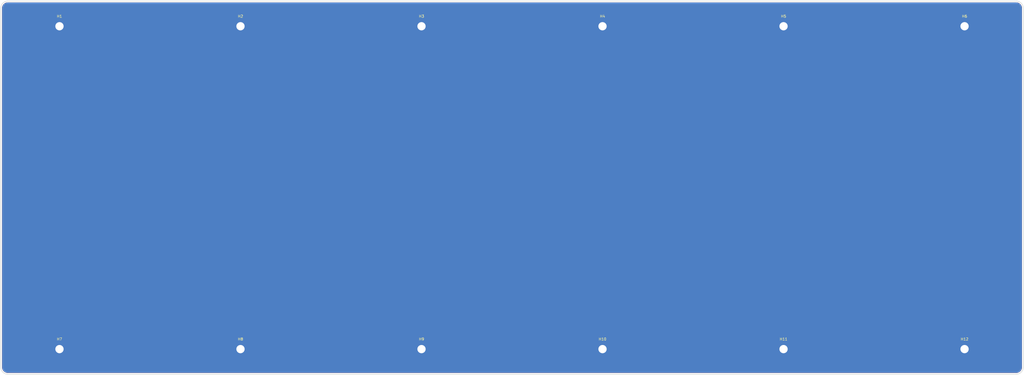
<source format=kicad_pcb>
(kicad_pcb (version 20200724) (host pcbnew "(5.99.0-2536-ga146cd9e2-dirty)")

  (general
    (thickness 1.6)
    (drawings 8)
    (tracks 0)
    (modules 12)
    (nets 2)
  )

  (paper "A4")
  (layers
    (0 "F.Cu" signal)
    (31 "B.Cu" signal)
    (32 "B.Adhes" user)
    (33 "F.Adhes" user)
    (34 "B.Paste" user)
    (35 "F.Paste" user)
    (36 "B.SilkS" user)
    (37 "F.SilkS" user)
    (38 "B.Mask" user)
    (39 "F.Mask" user)
    (40 "Dwgs.User" user)
    (41 "Cmts.User" user)
    (42 "Eco1.User" user)
    (43 "Eco2.User" user)
    (44 "Edge.Cuts" user)
    (45 "Margin" user)
    (46 "B.CrtYd" user)
    (47 "F.CrtYd" user)
    (48 "B.Fab" user)
    (49 "F.Fab" user)
  )

  (setup
    (pcbplotparams
      (layerselection 0x010f0_ffffffff)
      (usegerberextensions false)
      (usegerberattributes true)
      (usegerberadvancedattributes true)
      (creategerberjobfile true)
      (svguseinch false)
      (svgprecision 6)
      (excludeedgelayer true)
      (linewidth 0.100000)
      (plotframeref false)
      (viasonmask false)
      (mode 1)
      (useauxorigin false)
      (hpglpennumber 1)
      (hpglpenspeed 20)
      (hpglpendiameter 15.000000)
      (psnegative false)
      (psa4output false)
      (plotreference true)
      (plotvalue true)
      (plotinvisibletext false)
      (sketchpadsonfab false)
      (subtractmaskfromsilk false)
      (outputformat 1)
      (mirror false)
      (drillshape 0)
      (scaleselection 1)
      (outputdirectory "Gerbers - Clean - 8-3/")
    )
  )

  (net 0 "")
  (net 1 "FrontCuFill")

  (module "MountingHole:MountingHole_3.2mm_M3_ISO7380_Pad" (layer "F.Cu") (tedit 56D1B4CB) (tstamp 35de0e7a-e874-4a40-b67d-27c851587ad2)
    (at 223 -79.852446)
    (descr "Mounting Hole 3.2mm, M3, ISO7380")
    (tags "mounting hole 3.2mm m3 iso7380")
    (path "/aab73e0d-f3a7-41c3-9296-472b6f063f46")
    (attr virtual)
    (fp_text reference "H5" (at 0 -3.85) (layer "F.SilkS")
      (effects (font (size 1 1) (thickness 0.15)))
      (tstamp 5915d46c-6b74-408a-a5d8-44c9f8f68510)
    )
    (fp_text value "MountingHole_Pad" (at 0 3.85) (layer "F.Fab")
      (effects (font (size 1 1) (thickness 0.15)))
      (tstamp bbdc9b0c-eadf-451b-9394-f8e0f450e393)
    )
    (fp_text user "${REFERENCE}" (at 0.3 0) (layer "F.Fab")
      (effects (font (size 1 1) (thickness 0.15)))
      (tstamp 6b53a35b-f212-4c27-ab19-29f43203eb69)
    )
    (fp_circle (center 0 0) (end 2.85 0) (layer "Cmts.User") (width 0.15) (tstamp e0db3e47-8728-48c8-b29c-fdd5eb64c485))
    (fp_circle (center 0 0) (end 3.1 0) (layer "F.CrtYd") (width 0.05) (tstamp 2953edb0-13ac-41ed-a501-c87e51556ab4))
    (pad "1" thru_hole circle (at 0 0) (size 5.7 5.7) (drill 3.2) (layers *.Cu *.Mask)
      (net 1 "FrontCuFill") (pinfunction "1") (tstamp 699095af-145c-48d7-8ddd-d5d1d765e127))
  )

  (module "MountingHole:MountingHole_3.2mm_M3_ISO7380_Pad" (layer "F.Cu") (tedit 56D1B4CB) (tstamp 6f6e8abb-ca89-405c-8e63-c81074f834c7)
    (at -57 45)
    (descr "Mounting Hole 3.2mm, M3, ISO7380")
    (tags "mounting hole 3.2mm m3 iso7380")
    (path "/d243f5c1-e293-4ff2-bc2b-87d2da3eb297")
    (attr virtual)
    (fp_text reference "H7" (at 0 -3.85) (layer "F.SilkS")
      (effects (font (size 1 1) (thickness 0.15)))
      (tstamp 44ca7d01-20e3-4db1-96ea-5d39e45b550a)
    )
    (fp_text value "MountingHole_Pad" (at 0 3.85) (layer "F.Fab")
      (effects (font (size 1 1) (thickness 0.15)))
      (tstamp 62119dad-f4f2-4d31-9fe8-b30f820f59b1)
    )
    (fp_text user "${REFERENCE}" (at 0.3 0) (layer "F.Fab")
      (effects (font (size 1 1) (thickness 0.15)))
      (tstamp 52d9979c-b128-4ab8-9646-6076b2783f83)
    )
    (fp_circle (center 0 0) (end 2.85 0) (layer "Cmts.User") (width 0.15) (tstamp f969bb9d-6ee2-4d4a-9765-54a6c208c7e6))
    (fp_circle (center 0 0) (end 3.1 0) (layer "F.CrtYd") (width 0.05) (tstamp bea488fa-8848-44bb-8f49-8d9007a1752e))
    (pad "1" thru_hole circle (at 0 0) (size 5.7 5.7) (drill 3.2) (layers *.Cu *.Mask)
      (net 1 "FrontCuFill") (pinfunction "1") (tstamp 699095af-145c-48d7-8ddd-d5d1d765e127))
  )

  (module "MountingHole:MountingHole_3.2mm_M3_ISO7380_Pad" (layer "F.Cu") (tedit 56D1B4CB) (tstamp 844cfd07-a397-43f6-889b-821ac7ba481f)
    (at 153 45)
    (descr "Mounting Hole 3.2mm, M3, ISO7380")
    (tags "mounting hole 3.2mm m3 iso7380")
    (path "/6476e795-7f6e-47ef-900d-8b10ec8716cb")
    (attr virtual)
    (fp_text reference "H10" (at 0 -3.85) (layer "F.SilkS")
      (effects (font (size 1 1) (thickness 0.15)))
      (tstamp 275038fd-0df9-447d-9766-a9ed1516d431)
    )
    (fp_text value "MountingHole_Pad" (at 0 3.85) (layer "F.Fab")
      (effects (font (size 1 1) (thickness 0.15)))
      (tstamp 94a2e6f5-2c55-46ac-9a88-68e5b10c07ee)
    )
    (fp_text user "${REFERENCE}" (at 0.3 0) (layer "F.Fab")
      (effects (font (size 1 1) (thickness 0.15)))
      (tstamp 5e659962-1212-48c0-92fc-c43c8d644635)
    )
    (fp_circle (center 0 0) (end 2.85 0) (layer "Cmts.User") (width 0.15) (tstamp 90f5ad7f-15e3-4e65-9c13-6dfd763b8080))
    (fp_circle (center 0 0) (end 3.1 0) (layer "F.CrtYd") (width 0.05) (tstamp 6c033f38-5b54-43ab-aa6f-1458d7a0d3b6))
    (pad "1" thru_hole circle (at 0 0) (size 5.7 5.7) (drill 3.2) (layers *.Cu *.Mask)
      (net 1 "FrontCuFill") (pinfunction "1") (tstamp 699095af-145c-48d7-8ddd-d5d1d765e127))
  )

  (module "MountingHole:MountingHole_3.2mm_M3_ISO7380_Pad" (layer "F.Cu") (tedit 56D1B4CB) (tstamp 87417cda-921e-42b3-aa06-9798f2370baf)
    (at 83 45)
    (descr "Mounting Hole 3.2mm, M3, ISO7380")
    (tags "mounting hole 3.2mm m3 iso7380")
    (path "/a58ed53a-6b5b-41db-a82c-425ef20d1ab5")
    (attr virtual)
    (fp_text reference "H9" (at 0 -3.85) (layer "F.SilkS")
      (effects (font (size 1 1) (thickness 0.15)))
      (tstamp c8eca61b-bfbb-4636-ad3f-2b5d16e9b561)
    )
    (fp_text value "MountingHole_Pad" (at 0 3.85) (layer "F.Fab")
      (effects (font (size 1 1) (thickness 0.15)))
      (tstamp d6b67f55-dafc-4cf3-b7c3-c7c07dabfb22)
    )
    (fp_text user "${REFERENCE}" (at 0.3 0) (layer "F.Fab")
      (effects (font (size 1 1) (thickness 0.15)))
      (tstamp fb7f8053-2345-4edd-85e9-bc5ecc67b952)
    )
    (fp_circle (center 0 0) (end 2.85 0) (layer "Cmts.User") (width 0.15) (tstamp ff176b61-cac0-4be7-ba17-cee64bc3e382))
    (fp_circle (center 0 0) (end 3.1 0) (layer "F.CrtYd") (width 0.05) (tstamp da163829-694b-46c7-955b-ed1f5665b2c0))
    (pad "1" thru_hole circle (at 0 0) (size 5.7 5.7) (drill 3.2) (layers *.Cu *.Mask)
      (net 1 "FrontCuFill") (pinfunction "1") (tstamp 699095af-145c-48d7-8ddd-d5d1d765e127))
  )

  (module "MountingHole:MountingHole_3.2mm_M3_ISO7380_Pad" (layer "F.Cu") (tedit 56D1B4CB) (tstamp 9374aaac-489f-4942-aa98-8e1760786e86)
    (at 293 45)
    (descr "Mounting Hole 3.2mm, M3, ISO7380")
    (tags "mounting hole 3.2mm m3 iso7380")
    (path "/71d3cc04-0c26-406f-a506-ae0d54f003e2")
    (attr virtual)
    (fp_text reference "H12" (at 0 -3.85) (layer "F.SilkS")
      (effects (font (size 1 1) (thickness 0.15)))
      (tstamp 3d0aaad6-eda1-475f-88de-d14655b4889f)
    )
    (fp_text value "MountingHole_Pad" (at 0 3.85) (layer "F.Fab")
      (effects (font (size 1 1) (thickness 0.15)))
      (tstamp bf394f9c-958b-48c9-a8a3-1eb637852968)
    )
    (fp_text user "${REFERENCE}" (at 0.3 0) (layer "F.Fab")
      (effects (font (size 1 1) (thickness 0.15)))
      (tstamp 1accec86-962a-47fd-8cfc-80df84d85447)
    )
    (fp_circle (center 0 0) (end 2.85 0) (layer "Cmts.User") (width 0.15) (tstamp ad036eb9-61c8-4e7b-af03-58575dd3f1aa))
    (fp_circle (center 0 0) (end 3.1 0) (layer "F.CrtYd") (width 0.05) (tstamp 778336da-d496-4ff0-b6df-c55616439e43))
    (pad "1" thru_hole circle (at 0 0) (size 5.7 5.7) (drill 3.2) (layers *.Cu *.Mask)
      (net 1 "FrontCuFill") (pinfunction "1") (tstamp 699095af-145c-48d7-8ddd-d5d1d765e127))
  )

  (module "MountingHole:MountingHole_3.2mm_M3_ISO7380_Pad" (layer "F.Cu") (tedit 56D1B4CB) (tstamp a0d46bdd-0c3f-4711-af0f-5db77cec7a55)
    (at 153 -79.852446)
    (descr "Mounting Hole 3.2mm, M3, ISO7380")
    (tags "mounting hole 3.2mm m3 iso7380")
    (path "/73b7ec9a-6354-4aa9-8a5e-4fe09d587950")
    (attr virtual)
    (fp_text reference "H4" (at 0 -3.85) (layer "F.SilkS")
      (effects (font (size 1 1) (thickness 0.15)))
      (tstamp 1f890240-44ff-492f-9e84-6d562fb295ea)
    )
    (fp_text value "MountingHole_Pad" (at 0 3.85) (layer "F.Fab")
      (effects (font (size 1 1) (thickness 0.15)))
      (tstamp ed051a10-b657-4b3a-9fe5-c501d174bfe0)
    )
    (fp_text user "${REFERENCE}" (at 0.3 0) (layer "F.Fab")
      (effects (font (size 1 1) (thickness 0.15)))
      (tstamp 79fe45a3-6bad-4ed5-8937-b7966ed0d4a7)
    )
    (fp_circle (center 0 0) (end 2.85 0) (layer "Cmts.User") (width 0.15) (tstamp c4ad2c7d-f2bf-4d97-a3d6-006f0e047837))
    (fp_circle (center 0 0) (end 3.1 0) (layer "F.CrtYd") (width 0.05) (tstamp 8f7319df-37f7-423f-980b-00cce8cc7be5))
    (pad "1" thru_hole circle (at 0 0) (size 5.7 5.7) (drill 3.2) (layers *.Cu *.Mask)
      (net 1 "FrontCuFill") (pinfunction "1") (tstamp 699095af-145c-48d7-8ddd-d5d1d765e127))
  )

  (module "MountingHole:MountingHole_3.2mm_M3_ISO7380_Pad" (layer "F.Cu") (tedit 56D1B4CB) (tstamp a6f8d557-c89f-4074-983f-3d3a3cfa8850)
    (at 13 45)
    (descr "Mounting Hole 3.2mm, M3, ISO7380")
    (tags "mounting hole 3.2mm m3 iso7380")
    (path "/356dd010-c07f-46db-b7fb-b7154d710b71")
    (attr virtual)
    (fp_text reference "H8" (at 0 -3.85) (layer "F.SilkS")
      (effects (font (size 1 1) (thickness 0.15)))
      (tstamp 1b7a2d17-2af0-46f8-bb37-1761bc662d31)
    )
    (fp_text value "MountingHole_Pad" (at 0 3.85) (layer "F.Fab")
      (effects (font (size 1 1) (thickness 0.15)))
      (tstamp f28c88b5-41c1-40d5-a36a-d748d5304094)
    )
    (fp_text user "${REFERENCE}" (at 0.3 0) (layer "F.Fab")
      (effects (font (size 1 1) (thickness 0.15)))
      (tstamp 70d6fec1-725b-49f3-b994-c813e6095361)
    )
    (fp_circle (center 0 0) (end 2.85 0) (layer "Cmts.User") (width 0.15) (tstamp 3921d0f2-4ec7-4e5e-86c4-c2b7779f3399))
    (fp_circle (center 0 0) (end 3.1 0) (layer "F.CrtYd") (width 0.05) (tstamp 7ce881b9-0e30-4318-87a4-6d3f53ad4176))
    (pad "1" thru_hole circle (at 0 0) (size 5.7 5.7) (drill 3.2) (layers *.Cu *.Mask)
      (net 1 "FrontCuFill") (pinfunction "1") (tstamp 699095af-145c-48d7-8ddd-d5d1d765e127))
  )

  (module "MountingHole:MountingHole_3.2mm_M3_ISO7380_Pad" (layer "F.Cu") (tedit 56D1B4CB) (tstamp d05f94b1-4d03-4444-a210-b63252c128f5)
    (at 83 -79.852446)
    (descr "Mounting Hole 3.2mm, M3, ISO7380")
    (tags "mounting hole 3.2mm m3 iso7380")
    (path "/de95f87c-1da5-4753-a779-30df701fd9fe")
    (attr virtual)
    (fp_text reference "H3" (at 0 -3.85) (layer "F.SilkS")
      (effects (font (size 1 1) (thickness 0.15)))
      (tstamp 1b20c7e1-8bfe-413c-b58a-d2822b94160c)
    )
    (fp_text value "MountingHole_Pad" (at 0 3.85) (layer "F.Fab")
      (effects (font (size 1 1) (thickness 0.15)))
      (tstamp c025d04e-3c46-4b8a-a138-8c73c947ef40)
    )
    (fp_text user "${REFERENCE}" (at 0.3 0) (layer "F.Fab")
      (effects (font (size 1 1) (thickness 0.15)))
      (tstamp 9df86c06-8654-4b85-b373-de71dde29d59)
    )
    (fp_circle (center 0 0) (end 2.85 0) (layer "Cmts.User") (width 0.15) (tstamp 9c223a46-a39c-46f3-9b99-f46e99976d12))
    (fp_circle (center 0 0) (end 3.1 0) (layer "F.CrtYd") (width 0.05) (tstamp 5cf39597-3a36-4acd-b93c-6482d77cca92))
    (pad "1" thru_hole circle (at 0 0) (size 5.7 5.7) (drill 3.2) (layers *.Cu *.Mask)
      (net 1 "FrontCuFill") (pinfunction "1") (tstamp 699095af-145c-48d7-8ddd-d5d1d765e127))
  )

  (module "MountingHole:MountingHole_3.2mm_M3_ISO7380_Pad" (layer "F.Cu") (tedit 56D1B4CB) (tstamp dc1878ee-b10e-4be5-9d30-ec2bdbc7e411)
    (at 13 -79.852446)
    (descr "Mounting Hole 3.2mm, M3, ISO7380")
    (tags "mounting hole 3.2mm m3 iso7380")
    (path "/8e084672-4fb1-4de7-bd45-44b8141fc919")
    (attr virtual)
    (fp_text reference "H2" (at 0 -3.85) (layer "F.SilkS")
      (effects (font (size 1 1) (thickness 0.15)))
      (tstamp 797c2865-a58f-4b95-9241-ddce957fcce2)
    )
    (fp_text value "MountingHole_Pad" (at 0 3.85) (layer "F.Fab")
      (effects (font (size 1 1) (thickness 0.15)))
      (tstamp 3a46ee59-9f66-40b8-91d3-89d6b058f1e1)
    )
    (fp_text user "${REFERENCE}" (at 0.3 0) (layer "F.Fab")
      (effects (font (size 1 1) (thickness 0.15)))
      (tstamp 0f4e30a1-3326-438e-8b32-c6dc5230ce2e)
    )
    (fp_circle (center 0 0) (end 2.85 0) (layer "Cmts.User") (width 0.15) (tstamp b3840cab-0dab-4d17-8526-c71e186e4d5f))
    (fp_circle (center 0 0) (end 3.1 0) (layer "F.CrtYd") (width 0.05) (tstamp 710c88e8-b23f-4aa2-a528-30cbde386929))
    (pad "1" thru_hole circle (at 0 0) (size 5.7 5.7) (drill 3.2) (layers *.Cu *.Mask)
      (net 1 "FrontCuFill") (pinfunction "1") (tstamp 17a29216-1f36-49d3-afbd-5bee891582de))
  )

  (module "MountingHole:MountingHole_3.2mm_M3_ISO7380_Pad" (layer "F.Cu") (tedit 56D1B4CB) (tstamp e2f21dc2-ab53-41b5-ac75-520eb55e6384)
    (at 223 45)
    (descr "Mounting Hole 3.2mm, M3, ISO7380")
    (tags "mounting hole 3.2mm m3 iso7380")
    (path "/e1733590-ed9b-4181-abc7-726cb12f4493")
    (attr virtual)
    (fp_text reference "H11" (at 0 -3.85) (layer "F.SilkS")
      (effects (font (size 1 1) (thickness 0.15)))
      (tstamp ceeb1c5c-8b19-4aeb-9ab5-c20a2c08c7e9)
    )
    (fp_text value "MountingHole_Pad" (at 0 3.85) (layer "F.Fab")
      (effects (font (size 1 1) (thickness 0.15)))
      (tstamp 69177ac0-726b-482b-80ed-0472685e53a6)
    )
    (fp_text user "${REFERENCE}" (at 0.3 0) (layer "F.Fab")
      (effects (font (size 1 1) (thickness 0.15)))
      (tstamp 9e134bbf-44f6-412d-a1eb-b4d4e5fe934d)
    )
    (fp_circle (center 0 0) (end 2.85 0) (layer "Cmts.User") (width 0.15) (tstamp d2d7181c-2a95-4c85-830a-f7ae2adee4da))
    (fp_circle (center 0 0) (end 3.1 0) (layer "F.CrtYd") (width 0.05) (tstamp 0005753d-f64f-43a9-bc71-e83f7850d3dc))
    (pad "1" thru_hole circle (at 0 0) (size 5.7 5.7) (drill 3.2) (layers *.Cu *.Mask)
      (net 1 "FrontCuFill") (pinfunction "1") (tstamp 699095af-145c-48d7-8ddd-d5d1d765e127))
  )

  (module "MountingHole:MountingHole_3.2mm_M3_ISO7380_Pad" (layer "F.Cu") (tedit 56D1B4CB) (tstamp e3c7f315-07b3-44af-8faf-d403c83af626)
    (at -57 -79.852446)
    (descr "Mounting Hole 3.2mm, M3, ISO7380")
    (tags "mounting hole 3.2mm m3 iso7380")
    (path "/c0d5d1c5-943f-49ef-a911-4febdbf312fc")
    (attr virtual)
    (fp_text reference "H1" (at 0 -3.85) (layer "F.SilkS")
      (effects (font (size 1 1) (thickness 0.15)))
      (tstamp 4af705f8-86a3-44eb-8de6-ed48c00bf5c5)
    )
    (fp_text value "MountingHole_Pad" (at 0 3.85) (layer "F.Fab")
      (effects (font (size 1 1) (thickness 0.15)))
      (tstamp caa837a1-3304-477c-8e03-ad60eeb0d5df)
    )
    (fp_text user "${REFERENCE}" (at 0.3 0) (layer "F.Fab")
      (effects (font (size 1 1) (thickness 0.15)))
      (tstamp 333f3318-000f-4635-8c0f-f12ba6ddc543)
    )
    (fp_circle (center 0 0) (end 2.85 0) (layer "Cmts.User") (width 0.15) (tstamp 3c4bffd1-d518-45da-969d-01199f056868))
    (fp_circle (center 0 0) (end 3.1 0) (layer "F.CrtYd") (width 0.05) (tstamp 71f6fdb0-c68d-4a14-adca-5e50598ac049))
    (pad "1" thru_hole circle (at 0 0) (size 5.7 5.7) (drill 3.2) (layers *.Cu *.Mask)
      (net 1 "FrontCuFill") (pinfunction "1") (tstamp 17a29216-1f36-49d3-afbd-5bee891582de))
  )

  (module "MountingHole:MountingHole_3.2mm_M3_ISO7380_Pad" (layer "F.Cu") (tedit 56D1B4CB) (tstamp f6ad1734-c7c1-48f9-b8f4-6a21afa16ecc)
    (at 293 -79.852446)
    (descr "Mounting Hole 3.2mm, M3, ISO7380")
    (tags "mounting hole 3.2mm m3 iso7380")
    (path "/9fdf36f2-d8f0-46aa-9f20-91764169d9b4")
    (attr virtual)
    (fp_text reference "H6" (at 0 -3.85) (layer "F.SilkS")
      (effects (font (size 1 1) (thickness 0.15)))
      (tstamp 0028b1e9-4046-4035-9e44-b192c3eb4270)
    )
    (fp_text value "MountingHole_Pad" (at 0 3.85) (layer "F.Fab")
      (effects (font (size 1 1) (thickness 0.15)))
      (tstamp d8453a07-4759-4ac9-949a-7be269be13d1)
    )
    (fp_text user "${REFERENCE}" (at 0.3 0) (layer "F.Fab")
      (effects (font (size 1 1) (thickness 0.15)))
      (tstamp 006b8db0-c7a8-4454-884f-5d0f89c0781e)
    )
    (fp_circle (center 0 0) (end 2.85 0) (layer "Cmts.User") (width 0.15) (tstamp a62729de-c9b3-4767-8885-547d8c36f0e6))
    (fp_circle (center 0 0) (end 3.1 0) (layer "F.CrtYd") (width 0.05) (tstamp 6c431a08-26be-4151-ad39-a1fc595dd298))
    (pad "1" thru_hole circle (at 0 0) (size 5.7 5.7) (drill 3.2) (layers *.Cu *.Mask)
      (net 1 "FrontCuFill") (pinfunction "1") (tstamp 699095af-145c-48d7-8ddd-d5d1d765e127))
  )

  (gr_line (start 315.7 -86.852446) (end 315.7 52) (layer "Edge.Cuts") (width 0.2) (tstamp 22338f76-483e-43aa-becd-ac0b4a7829b1))
  (gr_arc (start -76.999999 -86.852446) (end -76.999999 -89.552446) (angle -90) (layer "Edge.Cuts") (width 0.2) (tstamp 41d353b4-d641-4052-bc0d-e9adafe4a24e))
  (gr_line (start -79.699999 52) (end -79.699999 -86.852446) (layer "Edge.Cuts") (width 0.2) (tstamp 4e7dc0ab-f8e3-4648-8924-903c1dca6872))
  (gr_arc (start 313 52) (end 313 54.7) (angle -90) (layer "Edge.Cuts") (width 0.2) (tstamp 5941ff5d-f89f-487d-9c48-41b894e24eff))
  (gr_arc (start -76.999999 52) (end -79.699999 52) (angle -90) (layer "Edge.Cuts") (width 0.2) (tstamp 7d9344ee-6b7d-4c48-a86a-379ada612dd2))
  (gr_line (start -76.999999 -89.552446) (end 313 -89.552446) (layer "Edge.Cuts") (width 0.2) (tstamp 8c7748a9-09e6-43a4-848f-2f8cc4f34c39))
  (gr_arc (start 313 -86.852446) (end 315.7 -86.852446) (angle -90) (layer "Edge.Cuts") (width 0.2) (tstamp a83e60d5-350c-4ced-b1e4-caa8e7653cbd))
  (gr_line (start 313 54.7) (end -76.999999 54.7) (layer "Edge.Cuts") (width 0.2) (tstamp aba80112-9cfb-4056-8903-6e9ef612957c))

  (zone (net 1) (net_name "FrontCuFill") (layers F&B.Cu) (tstamp faad70b0-6c83-406a-8448-d3ea28262a1d) (hatch edge 0.508)
    (priority 1)
    (connect_pads yes (clearance 0.508))
    (min_thickness 0.254)
    (fill yes (thermal_gap 0.508) (thermal_bridge_width 0.508))
    (polygon
      (pts
        (xy 316 55)
        (xy -80 55)
        (xy -80 -90)
        (xy 316 -90)
      )
    )
    (filled_polygon
      (layer F.Cu)
      (pts
        (xy 312.940588 -88.916463)
        (xy 312.949852 -88.915153)
        (xy 312.960966 -88.914416)
        (xy 312.961345 -88.914392)
        (xy 313.247439 -88.897144)
        (xy 313.491283 -88.85261)
        (xy 313.728027 -88.779099)
        (xy 313.954215 -88.677684)
        (xy 314.166573 -88.549834)
        (xy 314.36205 -88.397385)
        (xy 314.537788 -88.222564)
        (xy 314.691249 -88.0279)
        (xy 314.820219 -87.816198)
        (xy 314.922816 -87.590544)
        (xy 314.997563 -87.3542)
        (xy 315.043376 -87.110579)
        (xy 315.062401 -86.820303)
        (xy 315.063622 -86.811421)
        (xy 315.066 -86.800136)
        (xy 315.066001 51.931487)
        (xy 315.064017 51.940588)
        (xy 315.062707 51.949852)
        (xy 315.06197 51.960966)
        (xy 315.061946 51.961345)
        (xy 315.044698 52.247441)
        (xy 315.000163 52.491291)
        (xy 314.926655 52.728024)
        (xy 314.825243 52.954204)
        (xy 314.697384 53.166578)
        (xy 314.544939 53.36205)
        (xy 314.370122 53.537785)
        (xy 314.175454 53.691249)
        (xy 313.963751 53.820219)
        (xy 313.738096 53.922818)
        (xy 313.501746 53.997565)
        (xy 313.258141 54.043376)
        (xy 312.967857 54.062401)
        (xy 312.958975 54.063622)
        (xy 312.94769 54.066)
        (xy -76.931491 54.066)
        (xy -76.940587 54.064017)
        (xy -76.949851 54.062707)
        (xy -76.960965 54.06197)
        (xy -76.961344 54.061946)
        (xy -77.24744 54.044698)
        (xy -77.49129 54.000163)
        (xy -77.728023 53.926655)
        (xy -77.954203 53.825243)
        (xy -78.166577 53.697384)
        (xy -78.362049 53.544939)
        (xy -78.537784 53.370122)
        (xy -78.691248 53.175454)
        (xy -78.820218 52.963751)
        (xy -78.922817 52.738096)
        (xy -78.997564 52.501746)
        (xy -79.043375 52.258141)
        (xy -79.0624 51.967857)
        (xy -79.063621 51.958975)
        (xy -79.065999 51.94769)
        (xy -79.065999 -86.783938)
        (xy -79.064016 -86.793034)
        (xy -79.062706 -86.802298)
        (xy -79.061969 -86.813412)
        (xy -79.061945 -86.813791)
        (xy -79.044697 -87.099885)
        (xy -79.000163 -87.343729)
        (xy -78.926652 -87.580473)
        (xy -78.825237 -87.806661)
        (xy -78.697387 -88.019019)
        (xy -78.544938 -88.214496)
        (xy -78.370117 -88.390234)
        (xy -78.175453 -88.543695)
        (xy -77.963751 -88.672665)
        (xy -77.738097 -88.775262)
        (xy -77.501753 -88.850009)
        (xy -77.258132 -88.895822)
        (xy -76.967856 -88.914847)
        (xy -76.958974 -88.916068)
        (xy -76.947689 -88.918446)
        (xy 312.931492 -88.918446)
      )
    )
    (filled_polygon
      (layer B.Cu)
      (pts
        (xy 312.940588 -88.916463)
        (xy 312.949852 -88.915153)
        (xy 312.960966 -88.914416)
        (xy 312.961345 -88.914392)
        (xy 313.247439 -88.897144)
        (xy 313.491283 -88.85261)
        (xy 313.728027 -88.779099)
        (xy 313.954215 -88.677684)
        (xy 314.166573 -88.549834)
        (xy 314.36205 -88.397385)
        (xy 314.537788 -88.222564)
        (xy 314.691249 -88.0279)
        (xy 314.820219 -87.816198)
        (xy 314.922816 -87.590544)
        (xy 314.997563 -87.3542)
        (xy 315.043376 -87.110579)
        (xy 315.062401 -86.820303)
        (xy 315.063622 -86.811421)
        (xy 315.066 -86.800136)
        (xy 315.066001 51.931487)
        (xy 315.064017 51.940588)
        (xy 315.062707 51.949852)
        (xy 315.06197 51.960966)
        (xy 315.061946 51.961345)
        (xy 315.044698 52.247441)
        (xy 315.000163 52.491291)
        (xy 314.926655 52.728024)
        (xy 314.825243 52.954204)
        (xy 314.697384 53.166578)
        (xy 314.544939 53.36205)
        (xy 314.370122 53.537785)
        (xy 314.175454 53.691249)
        (xy 313.963751 53.820219)
        (xy 313.738096 53.922818)
        (xy 313.501746 53.997565)
        (xy 313.258141 54.043376)
        (xy 312.967857 54.062401)
        (xy 312.958975 54.063622)
        (xy 312.94769 54.066)
        (xy -76.931491 54.066)
        (xy -76.940587 54.064017)
        (xy -76.949851 54.062707)
        (xy -76.960965 54.06197)
        (xy -76.961344 54.061946)
        (xy -77.24744 54.044698)
        (xy -77.49129 54.000163)
        (xy -77.728023 53.926655)
        (xy -77.954203 53.825243)
        (xy -78.166577 53.697384)
        (xy -78.362049 53.544939)
        (xy -78.537784 53.370122)
        (xy -78.691248 53.175454)
        (xy -78.820218 52.963751)
        (xy -78.922817 52.738096)
        (xy -78.997564 52.501746)
        (xy -79.043375 52.258141)
        (xy -79.0624 51.967857)
        (xy -79.063621 51.958975)
        (xy -79.065999 51.94769)
        (xy -79.065999 -86.783938)
        (xy -79.064016 -86.793034)
        (xy -79.062706 -86.802298)
        (xy -79.061969 -86.813412)
        (xy -79.061945 -86.813791)
        (xy -79.044697 -87.099885)
        (xy -79.000163 -87.343729)
        (xy -78.926652 -87.580473)
        (xy -78.825237 -87.806661)
        (xy -78.697387 -88.019019)
        (xy -78.544938 -88.214496)
        (xy -78.370117 -88.390234)
        (xy -78.175453 -88.543695)
        (xy -77.963751 -88.672665)
        (xy -77.738097 -88.775262)
        (xy -77.501753 -88.850009)
        (xy -77.258132 -88.895822)
        (xy -76.967856 -88.914847)
        (xy -76.958974 -88.916068)
        (xy -76.947689 -88.918446)
        (xy 312.931492 -88.918446)
      )
    )
  )
)

</source>
